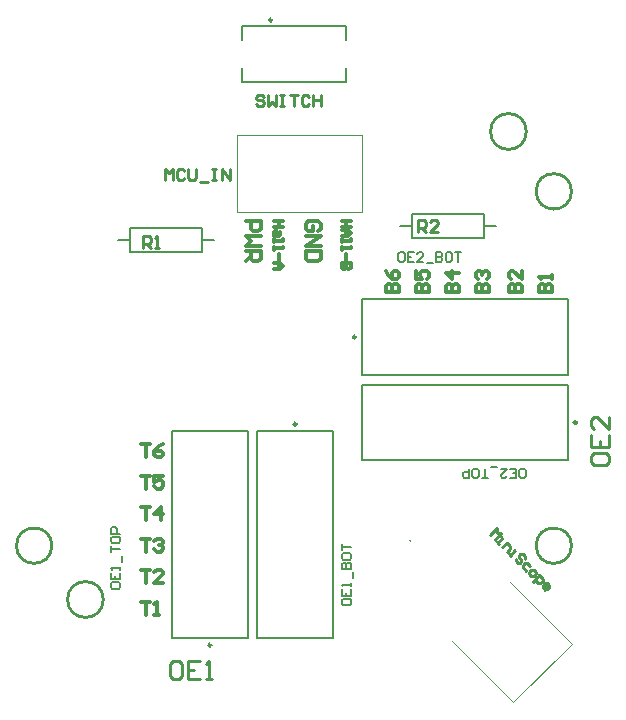
<source format=gbr>
%TF.GenerationSoftware,Altium Limited,Altium Designer,22.7.1 (60)*%
G04 Layer_Color=65535*
%FSLAX45Y45*%
%MOMM*%
%TF.SameCoordinates,2E8CAF61-F9F5-4988-A97D-765C0E49F6B8*%
%TF.FilePolarity,Positive*%
%TF.FileFunction,Legend,Top*%
%TF.Part,Single*%
G01*
G75*
%TA.AperFunction,NonConductor*%
%ADD38C,0.25000*%
%ADD39C,0.20000*%
%ADD40C,0.30000*%
%ADD48C,0.25400*%
%ADD49C,0.10000*%
%ADD50C,0.30480*%
D38*
X-203401Y2941800D02*
G03*
X-203401Y2941800I-12500J0D01*
G01*
X2375816Y-464924D02*
G03*
X2375816Y-464924I-12500J0D01*
G01*
X505816Y257390D02*
G03*
X505816Y257390I-12500J0D01*
G01*
X-719124Y-2350616D02*
G03*
X-719124Y-2350616I-12500J0D01*
G01*
X3191Y-480616D02*
G03*
X3191Y-480616I-12500J0D01*
G01*
D39*
X959559Y-1462697D02*
G03*
X966630Y-1469768I3535J-3535D01*
G01*
D02*
G03*
X959559Y-1462697I-3535J3535D01*
G01*
D02*
G03*
X966630Y-1469768I3535J-3535D01*
G01*
X977900Y1092200D02*
Y1295400D01*
X1587500D01*
Y1092200D02*
Y1295400D01*
X977900Y1092200D02*
X1587500D01*
X876300Y1193800D02*
X977900D01*
X1587500D02*
X1689100D01*
X-455900Y2539300D02*
X-455900Y2419300D01*
X424100D01*
X424100Y2539300D01*
X-455900Y2889300D02*
X-455900Y2769300D01*
X424099Y2769300D02*
X424100Y2889300D01*
X-455900Y2889300D02*
X424100Y2889300D01*
X-1409700Y975249D02*
Y1178449D01*
X-800100D01*
Y975249D02*
Y1178449D01*
X-1409700Y975249D02*
X-800100D01*
X-1511300Y1076849D02*
X-1409700D01*
X-800100D02*
X-698500D01*
X553316Y-144924D02*
X2303316Y-144924D01*
X2303315Y-784925D02*
X2303316Y-144924D01*
X553316Y-784924D02*
X2303315Y-784925D01*
X553316Y-784924D02*
Y-144924D01*
X553316Y-62610D02*
X2303316Y-62609D01*
X553316Y577391D02*
X553316Y-62610D01*
X553316Y577391D02*
X2303316D01*
X2303316Y-62609D01*
X-411624Y-2290616D02*
X-411624Y-540616D01*
X-1051625Y-2290615D02*
X-411624Y-2290616D01*
X-1051625Y-2290615D02*
Y-540616D01*
X-411624Y-540616D01*
X-329309Y-2290616D02*
Y-540616D01*
X310691D01*
Y-2290616D02*
Y-540616D01*
X-329309Y-2290616D02*
X310691D01*
X1902993Y-935652D02*
X1929651D01*
X1942980Y-922323D01*
Y-869007D01*
X1929651Y-855677D01*
X1902993D01*
X1889664Y-869007D01*
Y-922323D01*
X1902993Y-935652D01*
X1809690D02*
X1863006D01*
Y-855677D01*
X1809690D01*
X1863006Y-895665D02*
X1836348D01*
X1729716Y-855677D02*
X1783032D01*
X1729716Y-908994D01*
Y-922323D01*
X1743045Y-935652D01*
X1769703D01*
X1783032Y-922323D01*
X1703058Y-842348D02*
X1649741D01*
X1623083Y-935652D02*
X1569767D01*
X1596425D01*
Y-855677D01*
X1503122Y-935652D02*
X1529780D01*
X1543109Y-922323D01*
Y-869007D01*
X1529780Y-855677D01*
X1503122D01*
X1489793Y-869007D01*
Y-922323D01*
X1503122Y-935652D01*
X1463135Y-855677D02*
Y-935652D01*
X1423148D01*
X1409819Y-922323D01*
Y-895665D01*
X1423148Y-882336D01*
X1463135D01*
X903707Y973752D02*
X877049D01*
X863719Y960423D01*
Y907107D01*
X877049Y893777D01*
X903707D01*
X917036Y907107D01*
Y960423D01*
X903707Y973752D01*
X997010D02*
X943694D01*
Y893777D01*
X997010D01*
X943694Y933765D02*
X970352D01*
X1076984Y893777D02*
X1023668D01*
X1076984Y947094D01*
Y960423D01*
X1063655Y973752D01*
X1036997D01*
X1023668Y960423D01*
X1103642Y880448D02*
X1156958D01*
X1183616Y973752D02*
Y893777D01*
X1223603D01*
X1236932Y907107D01*
Y920436D01*
X1223603Y933765D01*
X1183616D01*
X1223603D01*
X1236932Y947094D01*
Y960423D01*
X1223603Y973752D01*
X1183616D01*
X1303578D02*
X1276919D01*
X1263590Y960423D01*
Y907107D01*
X1276919Y893777D01*
X1303578D01*
X1316906Y907107D01*
Y960423D01*
X1303578Y973752D01*
X1343564D02*
X1396881D01*
X1370223D01*
Y893777D01*
X-1570652Y-1832829D02*
Y-1859487D01*
X-1557323Y-1872816D01*
X-1504007D01*
X-1490678Y-1859487D01*
Y-1832829D01*
X-1504007Y-1819500D01*
X-1557323D01*
X-1570652Y-1832829D01*
Y-1739526D02*
Y-1792842D01*
X-1490678D01*
Y-1739526D01*
X-1530665Y-1792842D02*
Y-1766184D01*
X-1490678Y-1712868D02*
Y-1686209D01*
Y-1699538D01*
X-1570652D01*
X-1557323Y-1712868D01*
X-1477349Y-1646222D02*
Y-1592906D01*
X-1570652Y-1566248D02*
Y-1512932D01*
Y-1539590D01*
X-1490678D01*
X-1570652Y-1446287D02*
Y-1472945D01*
X-1557323Y-1486274D01*
X-1504007D01*
X-1490678Y-1472945D01*
Y-1446287D01*
X-1504007Y-1432958D01*
X-1557323D01*
X-1570652Y-1446287D01*
X-1490678Y-1406300D02*
X-1570652D01*
Y-1366312D01*
X-1557323Y-1352984D01*
X-1530665D01*
X-1517336Y-1366312D01*
Y-1406300D01*
X385148Y-1972529D02*
Y-1999187D01*
X398477Y-2012516D01*
X451793D01*
X465122Y-1999187D01*
Y-1972529D01*
X451793Y-1959200D01*
X398477D01*
X385148Y-1972529D01*
Y-1879226D02*
Y-1932542D01*
X465122D01*
Y-1879226D01*
X425135Y-1932542D02*
Y-1905884D01*
X465122Y-1852568D02*
Y-1825909D01*
Y-1839238D01*
X385148D01*
X398477Y-1852568D01*
X478451Y-1785922D02*
Y-1732606D01*
X385148Y-1705948D02*
X465122D01*
Y-1665961D01*
X451793Y-1652632D01*
X438464D01*
X425135Y-1665961D01*
Y-1705948D01*
Y-1665961D01*
X411806Y-1652632D01*
X398477D01*
X385148Y-1665961D01*
Y-1705948D01*
Y-1585987D02*
Y-1612645D01*
X398477Y-1625974D01*
X451793D01*
X465122Y-1612645D01*
Y-1585987D01*
X451793Y-1572658D01*
X398477D01*
X385148Y-1585987D01*
Y-1546000D02*
Y-1492684D01*
Y-1519342D01*
X465122D01*
D40*
X1799000Y637170D02*
X1908965D01*
Y692152D01*
X1890638Y710479D01*
X1872310D01*
X1853983Y692152D01*
Y637170D01*
Y692152D01*
X1835655Y710479D01*
X1817328D01*
X1799000Y692152D01*
Y637170D01*
X1908965Y820444D02*
Y747134D01*
X1835655Y820444D01*
X1817328D01*
X1799000Y802117D01*
Y765462D01*
X1817328Y747134D01*
X-1311468Y-915312D02*
X-1238158D01*
X-1274813D01*
Y-1025277D01*
X-1128194Y-915312D02*
X-1201503D01*
Y-970294D01*
X-1164849Y-951967D01*
X-1146521D01*
X-1128194Y-970294D01*
Y-1006949D01*
X-1146521Y-1025277D01*
X-1183176D01*
X-1201503Y-1006949D01*
X-1311469Y-648611D02*
X-1238159D01*
X-1274814D01*
Y-758575D01*
X-1128195Y-648611D02*
X-1164850Y-666938D01*
X-1201504Y-703593D01*
Y-740248D01*
X-1183177Y-758575D01*
X-1146522D01*
X-1128195Y-740248D01*
Y-721921D01*
X-1146522Y-703593D01*
X-1201504D01*
X-1311468Y-1448712D02*
X-1238158D01*
X-1274813D01*
Y-1558676D01*
X-1201504Y-1467039D02*
X-1183176Y-1448712D01*
X-1146521D01*
X-1128194Y-1467039D01*
Y-1485366D01*
X-1146521Y-1503694D01*
X-1164849D01*
X-1146521D01*
X-1128194Y-1522021D01*
Y-1540349D01*
X-1146521Y-1558676D01*
X-1183176D01*
X-1201504Y-1540349D01*
X-1311468Y-1715411D02*
X-1238158D01*
X-1274813D01*
Y-1825376D01*
X-1128194D02*
X-1201504D01*
X-1128194Y-1752066D01*
Y-1733738D01*
X-1146521Y-1715411D01*
X-1183176D01*
X-1201504Y-1733738D01*
X-1311468Y-1182012D02*
X-1238159D01*
X-1274814D01*
Y-1291976D01*
X-1146521D02*
Y-1182012D01*
X-1201504Y-1236994D01*
X-1128194D01*
X-1311470Y-1982111D02*
X-1238160D01*
X-1274815D01*
Y-2092075D01*
X-1201505D02*
X-1164850D01*
X-1183178D01*
Y-1982111D01*
X-1201505Y-2000438D01*
X2054687Y637170D02*
X2164652D01*
Y692152D01*
X2146324Y710479D01*
X2127997D01*
X2109669Y692152D01*
Y637170D01*
Y692152D01*
X2091342Y710479D01*
X2073014D01*
X2054687Y692152D01*
Y637170D01*
X2164652Y747134D02*
Y783789D01*
Y765462D01*
X2054687D01*
X2073014Y747134D01*
X1012429Y637170D02*
X1122393D01*
Y692152D01*
X1104066Y710480D01*
X1085739D01*
X1067411Y692152D01*
Y637170D01*
Y692152D01*
X1049084Y710480D01*
X1030756D01*
X1012429Y692152D01*
Y637170D01*
Y820444D02*
Y747134D01*
X1067411D01*
X1049084Y783789D01*
Y802117D01*
X1067411Y820444D01*
X1104066D01*
X1122393Y802117D01*
Y765462D01*
X1104066Y747134D01*
X758214Y637170D02*
X868178D01*
Y692152D01*
X849851Y710479D01*
X831524D01*
X813196Y692152D01*
Y637170D01*
Y692152D01*
X794869Y710479D01*
X776541D01*
X758214Y692152D01*
Y637170D01*
Y820444D02*
X776541Y783789D01*
X813196Y747134D01*
X849851D01*
X868178Y765462D01*
Y802117D01*
X849851Y820444D01*
X831524D01*
X813196Y802117D01*
Y747134D01*
X1266644Y637170D02*
X1376608D01*
Y692152D01*
X1358281Y710480D01*
X1339953D01*
X1321626Y692152D01*
Y637170D01*
Y692152D01*
X1303298Y710480D01*
X1284971D01*
X1266644Y692152D01*
Y637170D01*
X1376608Y802117D02*
X1266644D01*
X1321626Y747134D01*
Y820444D01*
X1520858Y637170D02*
X1630823D01*
Y692152D01*
X1612495Y710479D01*
X1594168D01*
X1575840Y692152D01*
Y637170D01*
Y692152D01*
X1557513Y710479D01*
X1539186D01*
X1520858Y692152D01*
Y637170D01*
X1539186Y747134D02*
X1520858Y765462D01*
Y802117D01*
X1539186Y820444D01*
X1557513D01*
X1575840Y802117D01*
Y783789D01*
Y802117D01*
X1594168Y820444D01*
X1612495D01*
X1630823Y802117D01*
Y765462D01*
X1612495Y747134D01*
D48*
X1948089Y1997863D02*
G03*
X1948089Y1997863I-151610J0D01*
G01*
X-1633311Y-1964537D02*
G03*
X-1633311Y-1964537I-151610J0D01*
G01*
X-2069621Y-1508737D02*
G03*
X-2069621Y-1508737I-150000J0D01*
G01*
X2330379Y1491263D02*
G03*
X2330379Y1491263I-150000J0D01*
G01*
Y-1508737D02*
G03*
X2330379Y-1508737I-150000J0D01*
G01*
X2498288Y-753381D02*
Y-804165D01*
X2523680Y-829557D01*
X2625247D01*
X2650639Y-804165D01*
Y-753381D01*
X2625247Y-727989D01*
X2523680D01*
X2498288Y-753381D01*
Y-575639D02*
Y-677206D01*
X2650639D01*
Y-575639D01*
X2574463Y-677206D02*
Y-626422D01*
X2650639Y-423288D02*
Y-524855D01*
X2549072Y-423288D01*
X2523680D01*
X2498288Y-448680D01*
Y-499463D01*
X2523680Y-524855D01*
X-994689Y-2485589D02*
X-1045472D01*
X-1070864Y-2510980D01*
Y-2612547D01*
X-1045472Y-2637939D01*
X-994689D01*
X-969297Y-2612547D01*
Y-2510980D01*
X-994689Y-2485589D01*
X-816946D02*
X-918514D01*
Y-2637939D01*
X-816946D01*
X-918514Y-2561764D02*
X-867730D01*
X-766163Y-2637939D02*
X-715379D01*
X-740771D01*
Y-2485589D01*
X-766163Y-2510980D01*
X-271766Y2293923D02*
X-288427Y2310584D01*
X-321750D01*
X-338411Y2293923D01*
Y2277261D01*
X-321750Y2260600D01*
X-288427D01*
X-271766Y2243939D01*
Y2227277D01*
X-288427Y2210616D01*
X-321750D01*
X-338411Y2227277D01*
X-238444Y2310584D02*
Y2210616D01*
X-205121Y2243939D01*
X-171798Y2210616D01*
Y2310584D01*
X-138476D02*
X-105153D01*
X-121814D01*
Y2210616D01*
X-138476D01*
X-105153D01*
X-55169Y2310584D02*
X11476D01*
X-21847D01*
Y2210616D01*
X111444Y2293923D02*
X94782Y2310584D01*
X61460D01*
X44798Y2293923D01*
Y2227277D01*
X61460Y2210616D01*
X94782D01*
X111444Y2227277D01*
X144766Y2310584D02*
Y2210616D01*
Y2260600D01*
X211411D01*
Y2310584D01*
Y2210616D01*
X1642176Y-1419692D02*
X1698726Y-1363142D01*
Y-1400842D01*
X1736426D01*
X1679876Y-1457392D01*
X1698726Y-1476242D02*
X1717576Y-1495093D01*
X1708151Y-1485668D01*
X1745851Y-1447967D01*
X1736426Y-1438542D01*
X1745851Y-1523368D02*
X1783552Y-1485668D01*
X1811827Y-1513943D01*
Y-1532793D01*
X1783552Y-1561068D01*
X1802402Y-1579918D02*
X1821252Y-1598768D01*
X1811827Y-1589343D01*
X1849527Y-1551643D01*
X1840102Y-1542218D01*
X1934352Y-1617618D02*
Y-1598768D01*
X1915502Y-1579918D01*
X1896652D01*
X1887227Y-1589343D01*
X1887227Y-1608193D01*
X1906077Y-1627043D01*
X1906077Y-1645893D01*
X1896652Y-1655319D01*
X1877802D01*
X1858952Y-1636468D01*
Y-1617618D01*
X1981478Y-1683594D02*
X1953203Y-1655319D01*
X1934352D01*
X1915502Y-1674169D01*
Y-1693019D01*
X1943777Y-1721294D01*
X1972053Y-1749569D02*
X1990903Y-1768419D01*
X2009753Y-1768419D01*
X2028603Y-1749569D01*
Y-1730719D01*
X2009753Y-1711869D01*
X1990903D01*
X1972053Y-1730719D01*
Y-1749569D01*
X2000328Y-1815544D02*
X2056878Y-1758994D01*
X2085153Y-1787269D01*
Y-1806119D01*
X2066303Y-1824969D01*
X2047453Y-1824969D01*
X2019178Y-1796694D01*
X2104003Y-1881520D02*
X2085153Y-1862670D01*
Y-1843819D01*
X2104003Y-1824969D01*
X2122854Y-1824969D01*
X2141704Y-1843820D01*
Y-1862669D01*
X2132278Y-1872095D01*
X2094578Y-1834394D01*
X1034294Y1146978D02*
Y1246946D01*
X1084277D01*
X1100939Y1230285D01*
Y1196962D01*
X1084277Y1180301D01*
X1034294D01*
X1067616D02*
X1100939Y1146978D01*
X1200906D02*
X1134261D01*
X1200906Y1213623D01*
Y1230285D01*
X1184245Y1246946D01*
X1150923D01*
X1134261Y1230285D01*
X-1298545Y1014165D02*
Y1114133D01*
X-1248561D01*
X-1231900Y1097472D01*
Y1064149D01*
X-1248561Y1047488D01*
X-1298545D01*
X-1265223D02*
X-1231900Y1014165D01*
X-1198577D02*
X-1165255D01*
X-1181916D01*
Y1114133D01*
X-1198577Y1097472D01*
X-1113111Y1583947D02*
Y1683915D01*
X-1079789Y1650592D01*
X-1046466Y1683915D01*
Y1583947D01*
X-946498Y1667253D02*
X-963160Y1683915D01*
X-996482D01*
X-1013144Y1667253D01*
Y1600608D01*
X-996482Y1583947D01*
X-963160D01*
X-946498Y1600608D01*
X-913176Y1683915D02*
Y1600608D01*
X-896514Y1583947D01*
X-863192D01*
X-846531Y1600608D01*
Y1683915D01*
X-813208Y1567285D02*
X-746563D01*
X-713240Y1683915D02*
X-679918D01*
X-696579D01*
Y1583947D01*
X-713240D01*
X-679918D01*
X-629934D02*
Y1683915D01*
X-563289Y1583947D01*
Y1683915D01*
D49*
X-505600Y1968875D02*
X556400Y1968874D01*
X556400Y1318874D02*
X556400Y1968874D01*
X-505600Y1318874D02*
X556400Y1318874D01*
X-505600Y1968875D02*
X-505600Y1318874D01*
X1316647Y-2314761D02*
X1836372Y-2834483D01*
X2331347Y-2339508D01*
X1811621Y-1819784D02*
X2331347Y-2339508D01*
D50*
X-426720Y1239520D02*
X-299761D01*
Y1176040D01*
X-320921Y1154880D01*
X-363240D01*
X-384400Y1176040D01*
Y1239520D01*
X-299761Y1112561D02*
X-426720D01*
X-384400Y1070241D01*
X-426720Y1027921D01*
X-299761D01*
X-426720Y985602D02*
X-299761D01*
Y922123D01*
X-320921Y900963D01*
X-363240D01*
X-384400Y922123D01*
Y985602D01*
Y943282D02*
X-426720Y900963D01*
X462255Y1239520D02*
X386080D01*
X424168D01*
Y1188737D01*
X462255D01*
X386080D01*
Y1163345D02*
X436863D01*
X462255Y1137953D01*
X436863Y1112561D01*
X386080D01*
X424168D01*
Y1163345D01*
X386080Y1087169D02*
Y1061777D01*
Y1074473D01*
X462255D01*
Y1087169D01*
X386080Y1023690D02*
Y998298D01*
Y1010994D01*
X462255D01*
Y1023690D01*
X424168Y960210D02*
Y909427D01*
X462255Y884035D02*
X386080D01*
Y845947D01*
X398776Y833252D01*
X411472D01*
X424168Y845947D01*
Y884035D01*
Y845947D01*
X436863Y833252D01*
X449559D01*
X462255Y845947D01*
Y884035D01*
X187079Y1154880D02*
X208239Y1176040D01*
Y1218360D01*
X187079Y1239520D01*
X102440D01*
X81280Y1218360D01*
Y1176040D01*
X102440Y1154880D01*
X144760D01*
Y1197200D01*
X81280Y1112561D02*
X208239D01*
X81280Y1027921D01*
X208239D01*
Y985602D02*
X81280D01*
Y922123D01*
X102440Y900963D01*
X187079D01*
X208239Y922123D01*
Y985602D01*
X-109245Y1239520D02*
X-185420D01*
X-147332D01*
Y1188736D01*
X-109245D01*
X-185420D01*
X-134637Y1150648D02*
Y1125257D01*
X-147332Y1112561D01*
X-185420D01*
Y1150648D01*
X-172724Y1163344D01*
X-160028Y1150648D01*
Y1112561D01*
X-185420Y1087169D02*
Y1061777D01*
Y1074473D01*
X-109245D01*
Y1087169D01*
X-185420Y1023690D02*
Y998298D01*
Y1010994D01*
X-109245D01*
Y1023690D01*
X-147332Y960210D02*
Y909427D01*
X-185420Y884035D02*
X-134637D01*
X-109245Y858643D01*
X-134637Y833251D01*
X-185420D01*
X-147332D01*
Y884035D01*
%TF.MD5,b0ae6b08ecf7901f9c508801262f54a9*%
M02*

</source>
